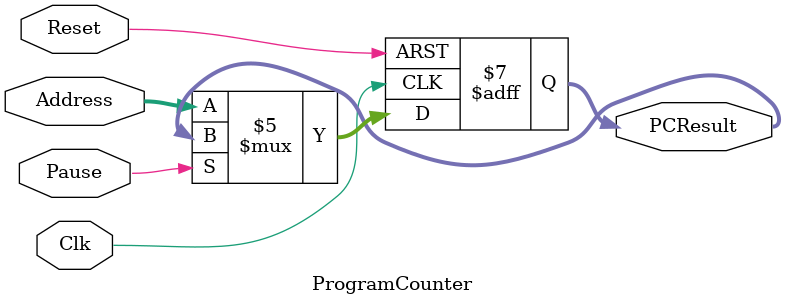
<source format=v>
`timescale 1ns / 1ps


module ProgramCounter(Address, PCResult, Reset, Clk, Pause);

	input [31:0] Address;
	input Reset, Clk, Pause;

	output reg [31:0] PCResult;
	
	initial begin
	   PCResult <= 0;
	end
	
	always @(posedge Clk or posedge Reset)begin
        if(Reset==1)
           PCResult <= 32'b0;
        else begin
            if(Pause == 0) PCResult <= Address;
        end
    end
    
endmodule


</source>
